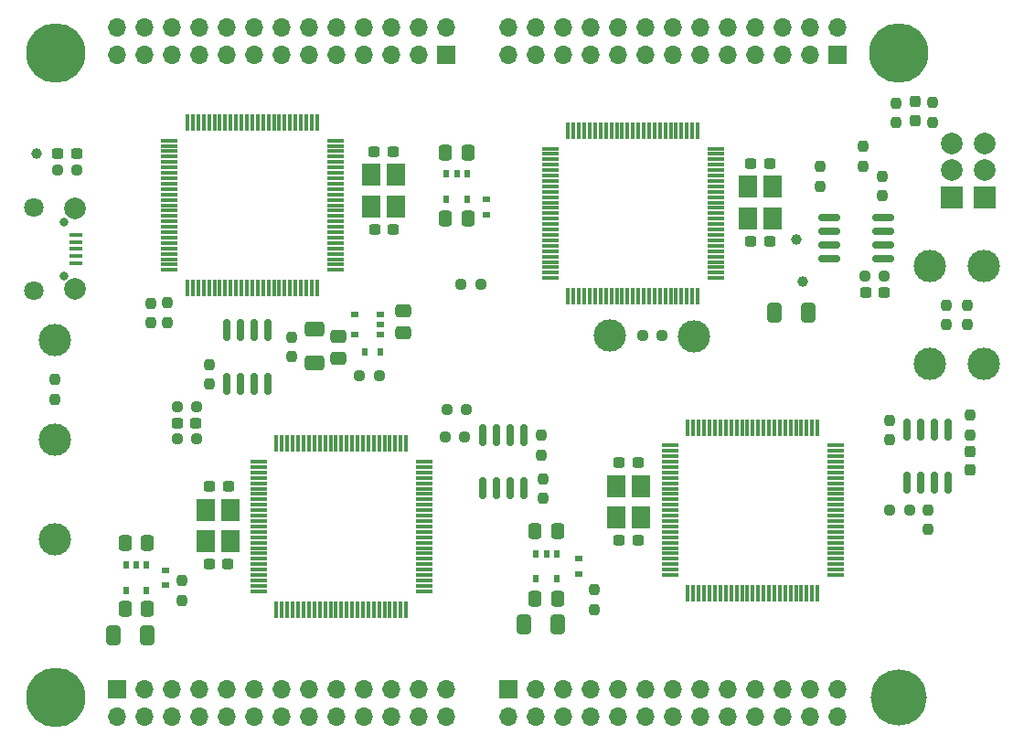
<source format=gts>
%TF.GenerationSoftware,KiCad,Pcbnew,(6.0.7-1)-1*%
%TF.CreationDate,2022-09-30T10:31:32-05:00*%
%TF.ProjectId,ramn,72616d6e-2e6b-4696-9361-645f70636258,rev?*%
%TF.SameCoordinates,Original*%
%TF.FileFunction,Soldermask,Top*%
%TF.FilePolarity,Negative*%
%FSLAX46Y46*%
G04 Gerber Fmt 4.6, Leading zero omitted, Abs format (unit mm)*
G04 Created by KiCad (PCBNEW (6.0.7-1)-1) date 2022-09-30 10:31:32*
%MOMM*%
%LPD*%
G01*
G04 APERTURE LIST*
G04 Aperture macros list*
%AMRoundRect*
0 Rectangle with rounded corners*
0 $1 Rounding radius*
0 $2 $3 $4 $5 $6 $7 $8 $9 X,Y pos of 4 corners*
0 Add a 4 corners polygon primitive as box body*
4,1,4,$2,$3,$4,$5,$6,$7,$8,$9,$2,$3,0*
0 Add four circle primitives for the rounded corners*
1,1,$1+$1,$2,$3*
1,1,$1+$1,$4,$5*
1,1,$1+$1,$6,$7*
1,1,$1+$1,$8,$9*
0 Add four rect primitives between the rounded corners*
20,1,$1+$1,$2,$3,$4,$5,0*
20,1,$1+$1,$4,$5,$6,$7,0*
20,1,$1+$1,$6,$7,$8,$9,0*
20,1,$1+$1,$8,$9,$2,$3,0*%
G04 Aperture macros list end*
%ADD10C,1.000000*%
%ADD11R,0.510000X0.700000*%
%ADD12RoundRect,0.237500X0.237500X-0.250000X0.237500X0.250000X-0.237500X0.250000X-0.237500X-0.250000X0*%
%ADD13C,5.200000*%
%ADD14C,3.000000*%
%ADD15R,1.700000X1.700000*%
%ADD16O,1.700000X1.700000*%
%ADD17R,2.000000X2.000000*%
%ADD18C,2.000000*%
%ADD19RoundRect,0.237500X-0.237500X0.250000X-0.237500X-0.250000X0.237500X-0.250000X0.237500X0.250000X0*%
%ADD20RoundRect,0.237500X-0.300000X-0.237500X0.300000X-0.237500X0.300000X0.237500X-0.300000X0.237500X0*%
%ADD21RoundRect,0.250000X-0.475000X0.337500X-0.475000X-0.337500X0.475000X-0.337500X0.475000X0.337500X0*%
%ADD22RoundRect,0.075000X0.725000X0.075000X-0.725000X0.075000X-0.725000X-0.075000X0.725000X-0.075000X0*%
%ADD23RoundRect,0.075000X0.075000X0.725000X-0.075000X0.725000X-0.075000X-0.725000X0.075000X-0.725000X0*%
%ADD24RoundRect,0.250000X0.412500X0.650000X-0.412500X0.650000X-0.412500X-0.650000X0.412500X-0.650000X0*%
%ADD25R,1.800000X2.100000*%
%ADD26RoundRect,0.237500X0.300000X0.237500X-0.300000X0.237500X-0.300000X-0.237500X0.300000X-0.237500X0*%
%ADD27RoundRect,0.237500X0.250000X0.237500X-0.250000X0.237500X-0.250000X-0.237500X0.250000X-0.237500X0*%
%ADD28RoundRect,0.075000X-0.725000X-0.075000X0.725000X-0.075000X0.725000X0.075000X-0.725000X0.075000X0*%
%ADD29RoundRect,0.075000X-0.075000X-0.725000X0.075000X-0.725000X0.075000X0.725000X-0.075000X0.725000X0*%
%ADD30RoundRect,0.250000X-0.412500X-0.650000X0.412500X-0.650000X0.412500X0.650000X-0.412500X0.650000X0*%
%ADD31R,0.600000X0.700000*%
%ADD32C,5.500000*%
%ADD33RoundRect,0.250000X0.337500X0.475000X-0.337500X0.475000X-0.337500X-0.475000X0.337500X-0.475000X0*%
%ADD34RoundRect,0.150000X0.150000X-0.825000X0.150000X0.825000X-0.150000X0.825000X-0.150000X-0.825000X0*%
%ADD35RoundRect,0.150000X-0.825000X-0.150000X0.825000X-0.150000X0.825000X0.150000X-0.825000X0.150000X0*%
%ADD36RoundRect,0.150000X-0.150000X0.825000X-0.150000X-0.825000X0.150000X-0.825000X0.150000X0.825000X0*%
%ADD37RoundRect,0.237500X-0.250000X-0.237500X0.250000X-0.237500X0.250000X0.237500X-0.250000X0.237500X0*%
%ADD38R,0.700000X0.510000*%
%ADD39RoundRect,0.237500X-0.237500X0.300000X-0.237500X-0.300000X0.237500X-0.300000X0.237500X0.300000X0*%
%ADD40C,0.800000*%
%ADD41R,1.300000X0.450000*%
%ADD42C,1.800000*%
%ADD43R,0.700000X0.600000*%
%ADD44RoundRect,0.250000X-0.650000X0.412500X-0.650000X-0.412500X0.650000X-0.412500X0.650000X0.412500X0*%
%ADD45RoundRect,0.237500X0.237500X-0.300000X0.237500X0.300000X-0.237500X0.300000X-0.237500X-0.300000X0*%
G04 APERTURE END LIST*
D10*
X113005000Y-64230000D03*
D11*
X52875000Y-94430000D03*
X51925000Y-94430000D03*
X50975000Y-94430000D03*
X50975000Y-96750000D03*
X52875000Y-96750000D03*
D12*
X94305000Y-98530000D03*
X94305000Y-96705000D03*
D10*
X113605000Y-68130000D03*
D13*
X122555000Y-106680000D03*
D14*
X95770000Y-73140000D03*
D15*
X116840000Y-47117000D03*
D16*
X116840000Y-44577000D03*
X114300000Y-47117000D03*
X114300000Y-44577000D03*
X111760000Y-47117000D03*
X111760000Y-44577000D03*
X109220000Y-47117000D03*
X109220000Y-44577000D03*
X106680000Y-47117000D03*
X106680000Y-44577000D03*
X104140000Y-47117000D03*
X104140000Y-44577000D03*
X101600000Y-47117000D03*
X101600000Y-44577000D03*
X99060000Y-47117000D03*
X99060000Y-44577000D03*
X96520000Y-47117000D03*
X96520000Y-44577000D03*
X93980000Y-47117000D03*
X93980000Y-44577000D03*
X91440000Y-47117000D03*
X91440000Y-44577000D03*
X88900000Y-47117000D03*
X88900000Y-44577000D03*
X86360000Y-47117000D03*
X86360000Y-44577000D03*
D17*
X127405000Y-60360000D03*
X130505000Y-60360000D03*
D18*
X130505000Y-57860000D03*
X127405000Y-57860000D03*
X127405000Y-55360000D03*
X130505000Y-55360000D03*
D19*
X89605000Y-86430000D03*
X89605000Y-88255000D03*
X128905000Y-70317500D03*
X128905000Y-72142500D03*
D20*
X108842500Y-57230000D03*
X110567500Y-57230000D03*
D14*
X125405000Y-75730000D03*
X44405000Y-92030000D03*
D21*
X70605000Y-73192500D03*
X70605000Y-75267500D03*
D22*
X70330000Y-67080000D03*
X70330000Y-66580000D03*
X70330000Y-66080000D03*
X70330000Y-65580000D03*
X70330000Y-65080000D03*
X70330000Y-64580000D03*
X70330000Y-64080000D03*
X70330000Y-63580000D03*
X70330000Y-63080000D03*
X70330000Y-62580000D03*
X70330000Y-62080000D03*
X70330000Y-61580000D03*
X70330000Y-61080000D03*
X70330000Y-60580000D03*
X70330000Y-60080000D03*
X70330000Y-59580000D03*
X70330000Y-59080000D03*
X70330000Y-58580000D03*
X70330000Y-58080000D03*
X70330000Y-57580000D03*
X70330000Y-57080000D03*
X70330000Y-56580000D03*
X70330000Y-56080000D03*
X70330000Y-55580000D03*
X70330000Y-55080000D03*
D23*
X68655000Y-53405000D03*
X68155000Y-53405000D03*
X67655000Y-53405000D03*
X67155000Y-53405000D03*
X66655000Y-53405000D03*
X66155000Y-53405000D03*
X65655000Y-53405000D03*
X65155000Y-53405000D03*
X64655000Y-53405000D03*
X64155000Y-53405000D03*
X63655000Y-53405000D03*
X63155000Y-53405000D03*
X62655000Y-53405000D03*
X62155000Y-53405000D03*
X61655000Y-53405000D03*
X61155000Y-53405000D03*
X60655000Y-53405000D03*
X60155000Y-53405000D03*
X59655000Y-53405000D03*
X59155000Y-53405000D03*
X58655000Y-53405000D03*
X58155000Y-53405000D03*
X57655000Y-53405000D03*
X57155000Y-53405000D03*
X56655000Y-53405000D03*
D22*
X54980000Y-55080000D03*
X54980000Y-55580000D03*
X54980000Y-56080000D03*
X54980000Y-56580000D03*
X54980000Y-57080000D03*
X54980000Y-57580000D03*
X54980000Y-58080000D03*
X54980000Y-58580000D03*
X54980000Y-59080000D03*
X54980000Y-59580000D03*
X54980000Y-60080000D03*
X54980000Y-60580000D03*
X54980000Y-61080000D03*
X54980000Y-61580000D03*
X54980000Y-62080000D03*
X54980000Y-62580000D03*
X54980000Y-63080000D03*
X54980000Y-63580000D03*
X54980000Y-64080000D03*
X54980000Y-64580000D03*
X54980000Y-65080000D03*
X54980000Y-65580000D03*
X54980000Y-66080000D03*
X54980000Y-66580000D03*
X54980000Y-67080000D03*
D23*
X56655000Y-68755000D03*
X57155000Y-68755000D03*
X57655000Y-68755000D03*
X58155000Y-68755000D03*
X58655000Y-68755000D03*
X59155000Y-68755000D03*
X59655000Y-68755000D03*
X60155000Y-68755000D03*
X60655000Y-68755000D03*
X61155000Y-68755000D03*
X61655000Y-68755000D03*
X62155000Y-68755000D03*
X62655000Y-68755000D03*
X63155000Y-68755000D03*
X63655000Y-68755000D03*
X64155000Y-68755000D03*
X64655000Y-68755000D03*
X65155000Y-68755000D03*
X65655000Y-68755000D03*
X66155000Y-68755000D03*
X66655000Y-68755000D03*
X67155000Y-68755000D03*
X67655000Y-68755000D03*
X68155000Y-68755000D03*
X68655000Y-68755000D03*
D24*
X90905000Y-99930000D03*
X87780000Y-99930000D03*
D21*
X76605000Y-70855000D03*
X76605000Y-72930000D03*
D25*
X58355000Y-89280000D03*
X58355000Y-92180000D03*
X60655000Y-92180000D03*
X60655000Y-89280000D03*
D26*
X60367500Y-94330000D03*
X58642500Y-94330000D03*
D20*
X44642500Y-56330000D03*
X46367500Y-56330000D03*
D19*
X54805000Y-70117500D03*
X54805000Y-71942500D03*
D12*
X89405000Y-84230000D03*
X89405000Y-82405000D03*
D24*
X52905000Y-100930000D03*
X49780000Y-100930000D03*
D27*
X123517500Y-89330000D03*
X121692500Y-89330000D03*
D12*
X121005000Y-60230000D03*
X121005000Y-58405000D03*
D20*
X55730000Y-81230000D03*
X57455000Y-81230000D03*
D28*
X63230000Y-84830000D03*
X63230000Y-85330000D03*
X63230000Y-85830000D03*
X63230000Y-86330000D03*
X63230000Y-86830000D03*
X63230000Y-87330000D03*
X63230000Y-87830000D03*
X63230000Y-88330000D03*
X63230000Y-88830000D03*
X63230000Y-89330000D03*
X63230000Y-89830000D03*
X63230000Y-90330000D03*
X63230000Y-90830000D03*
X63230000Y-91330000D03*
X63230000Y-91830000D03*
X63230000Y-92330000D03*
X63230000Y-92830000D03*
X63230000Y-93330000D03*
X63230000Y-93830000D03*
X63230000Y-94330000D03*
X63230000Y-94830000D03*
X63230000Y-95330000D03*
X63230000Y-95830000D03*
X63230000Y-96330000D03*
X63230000Y-96830000D03*
D29*
X64905000Y-98505000D03*
X65405000Y-98505000D03*
X65905000Y-98505000D03*
X66405000Y-98505000D03*
X66905000Y-98505000D03*
X67405000Y-98505000D03*
X67905000Y-98505000D03*
X68405000Y-98505000D03*
X68905000Y-98505000D03*
X69405000Y-98505000D03*
X69905000Y-98505000D03*
X70405000Y-98505000D03*
X70905000Y-98505000D03*
X71405000Y-98505000D03*
X71905000Y-98505000D03*
X72405000Y-98505000D03*
X72905000Y-98505000D03*
X73405000Y-98505000D03*
X73905000Y-98505000D03*
X74405000Y-98505000D03*
X74905000Y-98505000D03*
X75405000Y-98505000D03*
X75905000Y-98505000D03*
X76405000Y-98505000D03*
X76905000Y-98505000D03*
D28*
X78580000Y-96830000D03*
X78580000Y-96330000D03*
X78580000Y-95830000D03*
X78580000Y-95330000D03*
X78580000Y-94830000D03*
X78580000Y-94330000D03*
X78580000Y-93830000D03*
X78580000Y-93330000D03*
X78580000Y-92830000D03*
X78580000Y-92330000D03*
X78580000Y-91830000D03*
X78580000Y-91330000D03*
X78580000Y-90830000D03*
X78580000Y-90330000D03*
X78580000Y-89830000D03*
X78580000Y-89330000D03*
X78580000Y-88830000D03*
X78580000Y-88330000D03*
X78580000Y-87830000D03*
X78580000Y-87330000D03*
X78580000Y-86830000D03*
X78580000Y-86330000D03*
X78580000Y-85830000D03*
X78580000Y-85330000D03*
X78580000Y-84830000D03*
D29*
X76905000Y-83155000D03*
X76405000Y-83155000D03*
X75905000Y-83155000D03*
X75405000Y-83155000D03*
X74905000Y-83155000D03*
X74405000Y-83155000D03*
X73905000Y-83155000D03*
X73405000Y-83155000D03*
X72905000Y-83155000D03*
X72405000Y-83155000D03*
X71905000Y-83155000D03*
X71405000Y-83155000D03*
X70905000Y-83155000D03*
X70405000Y-83155000D03*
X69905000Y-83155000D03*
X69405000Y-83155000D03*
X68905000Y-83155000D03*
X68405000Y-83155000D03*
X67905000Y-83155000D03*
X67405000Y-83155000D03*
X66905000Y-83155000D03*
X66405000Y-83155000D03*
X65905000Y-83155000D03*
X65405000Y-83155000D03*
X64905000Y-83155000D03*
D12*
X56105000Y-97655000D03*
X56105000Y-95830000D03*
D19*
X121705000Y-81005000D03*
X121705000Y-82830000D03*
D30*
X110980000Y-71030000D03*
X114105000Y-71030000D03*
D31*
X74505000Y-74630000D03*
X73105000Y-74630000D03*
D19*
X126905000Y-70317500D03*
X126905000Y-72142500D03*
D10*
X42655000Y-56330000D03*
D32*
X44450000Y-106680000D03*
D15*
X86360000Y-105900000D03*
D16*
X86360000Y-108440000D03*
X88900000Y-105900000D03*
X88900000Y-108440000D03*
X91440000Y-105900000D03*
X91440000Y-108440000D03*
X93980000Y-105900000D03*
X93980000Y-108440000D03*
X96520000Y-105900000D03*
X96520000Y-108440000D03*
X99060000Y-105900000D03*
X99060000Y-108440000D03*
X101600000Y-105900000D03*
X101600000Y-108440000D03*
X104140000Y-105900000D03*
X104140000Y-108440000D03*
X106680000Y-105900000D03*
X106680000Y-108440000D03*
X109220000Y-105900000D03*
X109220000Y-108440000D03*
X111760000Y-105900000D03*
X111760000Y-108440000D03*
X114300000Y-105900000D03*
X114300000Y-108440000D03*
X116840000Y-105900000D03*
X116840000Y-108440000D03*
D20*
X73942500Y-56130000D03*
X75667500Y-56130000D03*
D11*
X82555000Y-58170000D03*
X81605000Y-58170000D03*
X80655000Y-58170000D03*
X80655000Y-60490000D03*
X82555000Y-60490000D03*
D33*
X82642500Y-56230000D03*
X80567500Y-56230000D03*
D19*
X58705000Y-75817500D03*
X58705000Y-77642500D03*
D34*
X84000000Y-87305000D03*
X85270000Y-87305000D03*
X86540000Y-87305000D03*
X87810000Y-87305000D03*
X87810000Y-82355000D03*
X86540000Y-82355000D03*
X85270000Y-82355000D03*
X84000000Y-82355000D03*
D14*
X130405000Y-75730000D03*
D35*
X116130000Y-62225000D03*
X116130000Y-63495000D03*
X116130000Y-64765000D03*
X116130000Y-66035000D03*
X121080000Y-66035000D03*
X121080000Y-64765000D03*
X121080000Y-63495000D03*
X121080000Y-62225000D03*
D33*
X52962500Y-92330000D03*
X50887500Y-92330000D03*
D26*
X98367500Y-92130000D03*
X96642500Y-92130000D03*
D36*
X64110000Y-72655000D03*
X62840000Y-72655000D03*
X61570000Y-72655000D03*
X60300000Y-72655000D03*
X60300000Y-77605000D03*
X61570000Y-77605000D03*
X62840000Y-77605000D03*
X64110000Y-77605000D03*
D37*
X119380000Y-67630000D03*
X121205000Y-67630000D03*
D28*
X101330000Y-83330000D03*
X101330000Y-83830000D03*
X101330000Y-84330000D03*
X101330000Y-84830000D03*
X101330000Y-85330000D03*
X101330000Y-85830000D03*
X101330000Y-86330000D03*
X101330000Y-86830000D03*
X101330000Y-87330000D03*
X101330000Y-87830000D03*
X101330000Y-88330000D03*
X101330000Y-88830000D03*
X101330000Y-89330000D03*
X101330000Y-89830000D03*
X101330000Y-90330000D03*
X101330000Y-90830000D03*
X101330000Y-91330000D03*
X101330000Y-91830000D03*
X101330000Y-92330000D03*
X101330000Y-92830000D03*
X101330000Y-93330000D03*
X101330000Y-93830000D03*
X101330000Y-94330000D03*
X101330000Y-94830000D03*
X101330000Y-95330000D03*
D29*
X103005000Y-97005000D03*
X103505000Y-97005000D03*
X104005000Y-97005000D03*
X104505000Y-97005000D03*
X105005000Y-97005000D03*
X105505000Y-97005000D03*
X106005000Y-97005000D03*
X106505000Y-97005000D03*
X107005000Y-97005000D03*
X107505000Y-97005000D03*
X108005000Y-97005000D03*
X108505000Y-97005000D03*
X109005000Y-97005000D03*
X109505000Y-97005000D03*
X110005000Y-97005000D03*
X110505000Y-97005000D03*
X111005000Y-97005000D03*
X111505000Y-97005000D03*
X112005000Y-97005000D03*
X112505000Y-97005000D03*
X113005000Y-97005000D03*
X113505000Y-97005000D03*
X114005000Y-97005000D03*
X114505000Y-97005000D03*
X115005000Y-97005000D03*
D28*
X116680000Y-95330000D03*
X116680000Y-94830000D03*
X116680000Y-94330000D03*
X116680000Y-93830000D03*
X116680000Y-93330000D03*
X116680000Y-92830000D03*
X116680000Y-92330000D03*
X116680000Y-91830000D03*
X116680000Y-91330000D03*
X116680000Y-90830000D03*
X116680000Y-90330000D03*
X116680000Y-89830000D03*
X116680000Y-89330000D03*
X116680000Y-88830000D03*
X116680000Y-88330000D03*
X116680000Y-87830000D03*
X116680000Y-87330000D03*
X116680000Y-86830000D03*
X116680000Y-86330000D03*
X116680000Y-85830000D03*
X116680000Y-85330000D03*
X116680000Y-84830000D03*
X116680000Y-84330000D03*
X116680000Y-83830000D03*
X116680000Y-83330000D03*
D29*
X115005000Y-81655000D03*
X114505000Y-81655000D03*
X114005000Y-81655000D03*
X113505000Y-81655000D03*
X113005000Y-81655000D03*
X112505000Y-81655000D03*
X112005000Y-81655000D03*
X111505000Y-81655000D03*
X111005000Y-81655000D03*
X110505000Y-81655000D03*
X110005000Y-81655000D03*
X109505000Y-81655000D03*
X109005000Y-81655000D03*
X108505000Y-81655000D03*
X108005000Y-81655000D03*
X107505000Y-81655000D03*
X107005000Y-81655000D03*
X106505000Y-81655000D03*
X106005000Y-81655000D03*
X105505000Y-81655000D03*
X105005000Y-81655000D03*
X104505000Y-81655000D03*
X104005000Y-81655000D03*
X103505000Y-81655000D03*
X103005000Y-81655000D03*
D37*
X44592500Y-57830000D03*
X46417500Y-57830000D03*
X80692500Y-80030000D03*
X82517500Y-80030000D03*
D33*
X90905000Y-97530000D03*
X88830000Y-97530000D03*
D12*
X44405000Y-79042500D03*
X44405000Y-77217500D03*
D14*
X44405000Y-82830000D03*
D38*
X74505000Y-73080000D03*
X74505000Y-72130000D03*
X74505000Y-71180000D03*
X72185000Y-71180000D03*
X72185000Y-73080000D03*
D12*
X115205000Y-59342500D03*
X115205000Y-57517500D03*
D25*
X96355000Y-87080000D03*
X96355000Y-89980000D03*
X98655000Y-89980000D03*
X98655000Y-87080000D03*
D14*
X125405000Y-66730000D03*
D39*
X129105000Y-83867500D03*
X129105000Y-85592500D03*
D32*
X44450000Y-46990000D03*
D15*
X50165000Y-105900000D03*
D16*
X50165000Y-108440000D03*
X52705000Y-105900000D03*
X52705000Y-108440000D03*
X55245000Y-105900000D03*
X55245000Y-108440000D03*
X57785000Y-105900000D03*
X57785000Y-108440000D03*
X60325000Y-105900000D03*
X60325000Y-108440000D03*
X62865000Y-105900000D03*
X62865000Y-108440000D03*
X65405000Y-105900000D03*
X65405000Y-108440000D03*
X67945000Y-105900000D03*
X67945000Y-108440000D03*
X70485000Y-105900000D03*
X70485000Y-108440000D03*
X73025000Y-105900000D03*
X73025000Y-108440000D03*
X75565000Y-105900000D03*
X75565000Y-108440000D03*
X78105000Y-105900000D03*
X78105000Y-108440000D03*
X80645000Y-105900000D03*
X80645000Y-108440000D03*
D33*
X52962500Y-98430000D03*
X50887500Y-98430000D03*
D34*
X123300000Y-86805000D03*
X124570000Y-86805000D03*
X125840000Y-86805000D03*
X127110000Y-86805000D03*
X127110000Y-81855000D03*
X125840000Y-81855000D03*
X124570000Y-81855000D03*
X123300000Y-81855000D03*
D27*
X100617500Y-73130000D03*
X98792500Y-73130000D03*
D40*
X45205000Y-67630000D03*
X45205000Y-62630000D03*
D41*
X46305000Y-63830000D03*
X46305000Y-64480000D03*
X46305000Y-65130000D03*
X46305000Y-65780000D03*
X46305000Y-66430000D03*
D42*
X42455000Y-61255000D03*
D18*
X46255000Y-61405000D03*
D42*
X42455000Y-69005000D03*
D18*
X46255000Y-68855000D03*
D12*
X129105000Y-82330000D03*
X129105000Y-80505000D03*
D22*
X105580000Y-67830000D03*
X105580000Y-67330000D03*
X105580000Y-66830000D03*
X105580000Y-66330000D03*
X105580000Y-65830000D03*
X105580000Y-65330000D03*
X105580000Y-64830000D03*
X105580000Y-64330000D03*
X105580000Y-63830000D03*
X105580000Y-63330000D03*
X105580000Y-62830000D03*
X105580000Y-62330000D03*
X105580000Y-61830000D03*
X105580000Y-61330000D03*
X105580000Y-60830000D03*
X105580000Y-60330000D03*
X105580000Y-59830000D03*
X105580000Y-59330000D03*
X105580000Y-58830000D03*
X105580000Y-58330000D03*
X105580000Y-57830000D03*
X105580000Y-57330000D03*
X105580000Y-56830000D03*
X105580000Y-56330000D03*
X105580000Y-55830000D03*
D23*
X103905000Y-54155000D03*
X103405000Y-54155000D03*
X102905000Y-54155000D03*
X102405000Y-54155000D03*
X101905000Y-54155000D03*
X101405000Y-54155000D03*
X100905000Y-54155000D03*
X100405000Y-54155000D03*
X99905000Y-54155000D03*
X99405000Y-54155000D03*
X98905000Y-54155000D03*
X98405000Y-54155000D03*
X97905000Y-54155000D03*
X97405000Y-54155000D03*
X96905000Y-54155000D03*
X96405000Y-54155000D03*
X95905000Y-54155000D03*
X95405000Y-54155000D03*
X94905000Y-54155000D03*
X94405000Y-54155000D03*
X93905000Y-54155000D03*
X93405000Y-54155000D03*
X92905000Y-54155000D03*
X92405000Y-54155000D03*
X91905000Y-54155000D03*
D22*
X90230000Y-55830000D03*
X90230000Y-56330000D03*
X90230000Y-56830000D03*
X90230000Y-57330000D03*
X90230000Y-57830000D03*
X90230000Y-58330000D03*
X90230000Y-58830000D03*
X90230000Y-59330000D03*
X90230000Y-59830000D03*
X90230000Y-60330000D03*
X90230000Y-60830000D03*
X90230000Y-61330000D03*
X90230000Y-61830000D03*
X90230000Y-62330000D03*
X90230000Y-62830000D03*
X90230000Y-63330000D03*
X90230000Y-63830000D03*
X90230000Y-64330000D03*
X90230000Y-64830000D03*
X90230000Y-65330000D03*
X90230000Y-65830000D03*
X90230000Y-66330000D03*
X90230000Y-66830000D03*
X90230000Y-67330000D03*
X90230000Y-67830000D03*
D23*
X91905000Y-69505000D03*
X92405000Y-69505000D03*
X92905000Y-69505000D03*
X93405000Y-69505000D03*
X93905000Y-69505000D03*
X94405000Y-69505000D03*
X94905000Y-69505000D03*
X95405000Y-69505000D03*
X95905000Y-69505000D03*
X96405000Y-69505000D03*
X96905000Y-69505000D03*
X97405000Y-69505000D03*
X97905000Y-69505000D03*
X98405000Y-69505000D03*
X98905000Y-69505000D03*
X99405000Y-69505000D03*
X99905000Y-69505000D03*
X100405000Y-69505000D03*
X100905000Y-69505000D03*
X101405000Y-69505000D03*
X101905000Y-69505000D03*
X102405000Y-69505000D03*
X102905000Y-69505000D03*
X103405000Y-69505000D03*
X103905000Y-69505000D03*
D15*
X80645000Y-47117000D03*
D16*
X80645000Y-44577000D03*
X78105000Y-47117000D03*
X78105000Y-44577000D03*
X75565000Y-47117000D03*
X75565000Y-44577000D03*
X73025000Y-47117000D03*
X73025000Y-44577000D03*
X70485000Y-47117000D03*
X70485000Y-44577000D03*
X67945000Y-47117000D03*
X67945000Y-44577000D03*
X65405000Y-47117000D03*
X65405000Y-44577000D03*
X62865000Y-47117000D03*
X62865000Y-44577000D03*
X60325000Y-47117000D03*
X60325000Y-44577000D03*
X57785000Y-47117000D03*
X57785000Y-44577000D03*
X55245000Y-47117000D03*
X55245000Y-44577000D03*
X52705000Y-47117000D03*
X52705000Y-44577000D03*
X50165000Y-47117000D03*
X50165000Y-44577000D03*
D20*
X96642500Y-84930000D03*
X98367500Y-84930000D03*
D19*
X125670000Y-51567500D03*
X125670000Y-53392500D03*
D33*
X90942500Y-91230000D03*
X88867500Y-91230000D03*
D12*
X53305000Y-71967500D03*
X53305000Y-70142500D03*
D27*
X57505000Y-79730000D03*
X55680000Y-79730000D03*
D14*
X103580000Y-73230000D03*
D27*
X83817500Y-68430000D03*
X81992500Y-68430000D03*
D43*
X84305000Y-60530000D03*
X84305000Y-61930000D03*
D11*
X90842500Y-93370000D03*
X89892500Y-93370000D03*
X88942500Y-93370000D03*
X88942500Y-95690000D03*
X90842500Y-95690000D03*
D12*
X122240000Y-53440000D03*
X122240000Y-51615000D03*
D27*
X74417500Y-76830000D03*
X72592500Y-76830000D03*
D20*
X58705000Y-87130000D03*
X60430000Y-87130000D03*
D19*
X66305000Y-73305000D03*
X66305000Y-75130000D03*
D20*
X119480000Y-69130000D03*
X121205000Y-69130000D03*
D43*
X54605000Y-94890000D03*
X54605000Y-96290000D03*
D44*
X68405000Y-72567500D03*
X68405000Y-75692500D03*
D14*
X130405000Y-66730000D03*
D33*
X82642500Y-62330000D03*
X80567500Y-62330000D03*
D43*
X92892500Y-93830000D03*
X92892500Y-95230000D03*
D25*
X75955000Y-61180000D03*
X75955000Y-58280000D03*
X73655000Y-58280000D03*
X73655000Y-61180000D03*
D37*
X55705000Y-82730000D03*
X57530000Y-82730000D03*
D14*
X44405000Y-73580000D03*
D25*
X110855000Y-62280000D03*
X110855000Y-59380000D03*
X108555000Y-59380000D03*
X108555000Y-62280000D03*
D27*
X82330000Y-82530000D03*
X80505000Y-82530000D03*
D26*
X75730000Y-63330000D03*
X74005000Y-63330000D03*
X110567500Y-64430000D03*
X108842500Y-64430000D03*
D45*
X124040000Y-53215000D03*
X124040000Y-51490000D03*
D12*
X119205000Y-57455000D03*
X119205000Y-55630000D03*
D19*
X125205000Y-89305000D03*
X125205000Y-91130000D03*
D32*
X122555000Y-46990000D03*
M02*

</source>
